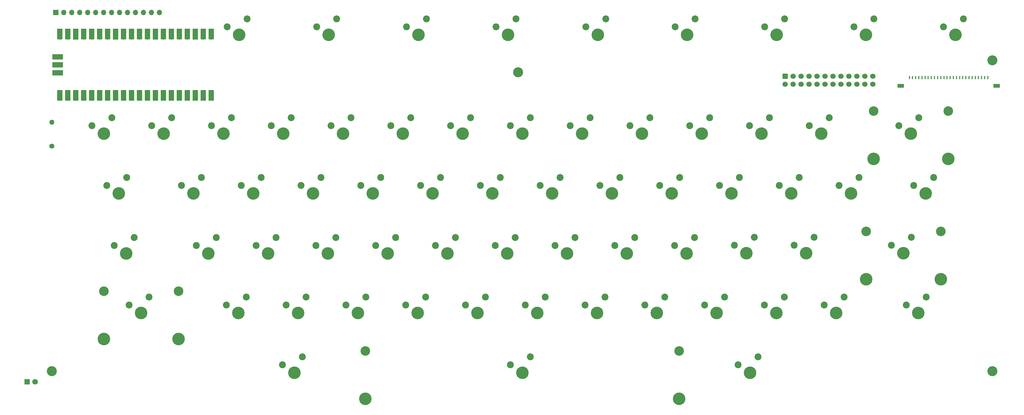
<source format=gbs>
G04 #@! TF.GenerationSoftware,KiCad,Pcbnew,(6.0.1)*
G04 #@! TF.CreationDate,2022-09-12T21:23:08-07:00*
G04 #@! TF.ProjectId,Atari130MX_wasdkb,41746172-6931-4333-904d-585f77617364,Ds*
G04 #@! TF.SameCoordinates,Original*
G04 #@! TF.FileFunction,Soldermask,Bot*
G04 #@! TF.FilePolarity,Negative*
%FSLAX46Y46*%
G04 Gerber Fmt 4.6, Leading zero omitted, Abs format (unit mm)*
G04 Created by KiCad (PCBNEW (6.0.1)) date 2022-09-12 21:23:08*
%MOMM*%
%LPD*%
G01*
G04 APERTURE LIST*
G04 Aperture macros list*
%AMRoundRect*
0 Rectangle with rounded corners*
0 $1 Rounding radius*
0 $2 $3 $4 $5 $6 $7 $8 $9 X,Y pos of 4 corners*
0 Add a 4 corners polygon primitive as box body*
4,1,4,$2,$3,$4,$5,$6,$7,$8,$9,$2,$3,0*
0 Add four circle primitives for the rounded corners*
1,1,$1+$1,$2,$3*
1,1,$1+$1,$4,$5*
1,1,$1+$1,$6,$7*
1,1,$1+$1,$8,$9*
0 Add four rect primitives between the rounded corners*
20,1,$1+$1,$2,$3,$4,$5,0*
20,1,$1+$1,$4,$5,$6,$7,0*
20,1,$1+$1,$6,$7,$8,$9,0*
20,1,$1+$1,$8,$9,$2,$3,0*%
G04 Aperture macros list end*
%ADD10C,2.200000*%
%ADD11C,4.000000*%
%ADD12C,3.050000*%
%ADD13C,3.200000*%
%ADD14RoundRect,0.250000X-0.600000X0.600000X-0.600000X-0.600000X0.600000X-0.600000X0.600000X0.600000X0*%
%ADD15C,1.700000*%
%ADD16R,0.400000X1.000000*%
%ADD17R,2.000000X1.300000*%
%ADD18O,1.700000X1.700000*%
%ADD19R,1.700000X1.700000*%
%ADD20R,1.700000X3.500000*%
%ADD21R,3.500000X1.700000*%
%ADD22O,1.600000X1.600000*%
%ADD23C,1.600000*%
%ADD24C,1.800000*%
%ADD25R,1.800000X1.800000*%
G04 APERTURE END LIST*
D10*
X315861550Y-116130000D03*
X309511550Y-118670000D03*
D11*
X313321550Y-121210000D03*
D12*
X53777800Y-114304375D03*
D11*
X65671550Y-121210000D03*
X77577800Y-129544375D03*
X53777800Y-129544375D03*
D12*
X77577800Y-114304375D03*
D10*
X68211550Y-116130000D03*
X61861550Y-118670000D03*
D12*
X296665300Y-95254375D03*
D11*
X308559050Y-102160000D03*
X320465300Y-110494375D03*
X296665300Y-110494375D03*
D12*
X320465300Y-95254375D03*
D10*
X311099050Y-97080000D03*
X304749050Y-99620000D03*
X63449050Y-97150000D03*
X57099050Y-99690000D03*
D11*
X60909050Y-102230000D03*
D10*
X318242800Y-78030000D03*
X311892800Y-80570000D03*
D11*
X315702800Y-83110000D03*
D10*
X61067800Y-78055400D03*
X54717800Y-80595400D03*
D11*
X58527800Y-83135400D03*
D12*
X322834050Y-56916250D03*
D11*
X310940300Y-64060000D03*
D12*
X299034050Y-56916250D03*
D11*
X322834050Y-72156250D03*
X299034050Y-72156250D03*
D10*
X313480300Y-58980000D03*
X307130300Y-61520000D03*
D12*
X237121550Y-133354375D03*
X137121550Y-133354375D03*
D11*
X137121550Y-148594375D03*
X237121550Y-148594375D03*
X187115300Y-140260000D03*
D10*
X189655300Y-135180000D03*
X183305300Y-137720000D03*
X117027175Y-135180000D03*
X110677175Y-137720000D03*
D11*
X114487175Y-140260000D03*
D10*
X262283425Y-135180000D03*
X255933425Y-137720000D03*
D11*
X259743425Y-140260000D03*
D13*
X185810000Y-44550000D03*
X336940000Y-139800000D03*
X336940000Y-40740000D03*
X37220000Y-139800000D03*
D14*
X270900000Y-45820000D03*
D15*
X273440000Y-45820000D03*
X275980000Y-45820000D03*
X278520000Y-45820000D03*
X281060000Y-45820000D03*
X283600000Y-45820000D03*
X286140000Y-45820000D03*
X288680000Y-45820000D03*
X291220000Y-45820000D03*
X293760000Y-45820000D03*
X296300000Y-45820000D03*
X298840000Y-45820000D03*
X270900000Y-48360000D03*
X273440000Y-48360000D03*
X275980000Y-48360000D03*
X278520000Y-48360000D03*
X281060000Y-48360000D03*
X283600000Y-48360000D03*
X286140000Y-48360000D03*
X288680000Y-48360000D03*
X291220000Y-48360000D03*
X293760000Y-48360000D03*
X296300000Y-48360000D03*
X298840000Y-48360000D03*
D16*
X310470000Y-46180000D03*
X311470000Y-46180000D03*
X312470000Y-46180000D03*
X313470000Y-46180000D03*
X314470000Y-46180000D03*
X315470000Y-46180000D03*
X316470000Y-46180000D03*
X317470000Y-46180000D03*
X318470000Y-46180000D03*
X319470000Y-46180000D03*
X320470000Y-46180000D03*
X321470000Y-46180000D03*
X322470000Y-46180000D03*
X323470000Y-46180000D03*
X324470000Y-46180000D03*
X325470000Y-46180000D03*
X326470000Y-46180000D03*
X327470000Y-46180000D03*
X328470000Y-46180000D03*
X329470000Y-46180000D03*
X330470000Y-46180000D03*
X331470000Y-46180000D03*
X332470000Y-46180000D03*
X333470000Y-46180000D03*
X334470000Y-46180000D03*
X335470000Y-46180000D03*
D17*
X307670000Y-48880000D03*
X338270000Y-48880000D03*
D18*
X87970000Y-51025000D03*
X85430000Y-51025000D03*
D19*
X82890000Y-51025000D03*
D18*
X80350000Y-51025000D03*
X77810000Y-51025000D03*
X75270000Y-51025000D03*
X72730000Y-51025000D03*
D19*
X70190000Y-51025000D03*
D18*
X67650000Y-51025000D03*
X65110000Y-51025000D03*
X62570000Y-51025000D03*
X60030000Y-51025000D03*
D19*
X57490000Y-51025000D03*
D18*
X54950000Y-51025000D03*
X52410000Y-51025000D03*
X49870000Y-51025000D03*
X47330000Y-51025000D03*
D19*
X44790000Y-51025000D03*
D18*
X42250000Y-51025000D03*
X39710000Y-51025000D03*
X39710000Y-33245000D03*
X42250000Y-33245000D03*
D19*
X44790000Y-33245000D03*
D18*
X47330000Y-33245000D03*
X49870000Y-33245000D03*
X52410000Y-33245000D03*
X54950000Y-33245000D03*
D19*
X57490000Y-33245000D03*
D18*
X60030000Y-33245000D03*
X62570000Y-33245000D03*
X65110000Y-33245000D03*
X67650000Y-33245000D03*
D19*
X70190000Y-33245000D03*
D18*
X72730000Y-33245000D03*
X75270000Y-33245000D03*
X77810000Y-33245000D03*
X80350000Y-33245000D03*
D19*
X82890000Y-33245000D03*
D18*
X85430000Y-33245000D03*
X87970000Y-33245000D03*
D20*
X87970000Y-51925000D03*
X85430000Y-51925000D03*
X82890000Y-51925000D03*
X80350000Y-51925000D03*
X77810000Y-51925000D03*
X75270000Y-51925000D03*
X72730000Y-51925000D03*
X70190000Y-51925000D03*
X67650000Y-51925000D03*
X65110000Y-51925000D03*
X62570000Y-51925000D03*
X60030000Y-51925000D03*
X57490000Y-51925000D03*
X54950000Y-51925000D03*
X52410000Y-51925000D03*
X49870000Y-51925000D03*
X47330000Y-51925000D03*
X44790000Y-51925000D03*
X42250000Y-51925000D03*
X39710000Y-51925000D03*
X87970000Y-32345000D03*
X85430000Y-32345000D03*
X82890000Y-32345000D03*
X80350000Y-32345000D03*
X77810000Y-32345000D03*
X75270000Y-32345000D03*
X72730000Y-32345000D03*
X70190000Y-32345000D03*
X67650000Y-32345000D03*
X65110000Y-32345000D03*
X62570000Y-32345000D03*
X60030000Y-32345000D03*
X57490000Y-32345000D03*
X54950000Y-32345000D03*
X52410000Y-32345000D03*
X49870000Y-32345000D03*
X47330000Y-32345000D03*
X44790000Y-32345000D03*
X42250000Y-32345000D03*
X39710000Y-32345000D03*
D21*
X39040000Y-44675000D03*
D18*
X39940000Y-44675000D03*
D21*
X39040000Y-42135000D03*
D19*
X39940000Y-42135000D03*
D21*
X39040000Y-39595000D03*
D18*
X39940000Y-39595000D03*
D10*
X185125000Y-27530000D03*
D11*
X182585000Y-32610000D03*
D10*
X178775000Y-30070000D03*
X156550000Y-27530000D03*
D11*
X154010000Y-32610000D03*
D10*
X150200000Y-30070000D03*
X127975000Y-27530000D03*
D11*
X125435000Y-32610000D03*
D10*
X121625000Y-30070000D03*
X99400000Y-27530000D03*
D11*
X96860000Y-32610000D03*
D10*
X93050000Y-30070000D03*
D22*
X37220000Y-60425000D03*
D23*
X37220000Y-68045000D03*
D19*
X38440000Y-25500000D03*
D18*
X40980000Y-25500000D03*
X43520000Y-25500000D03*
X46060000Y-25500000D03*
X48600000Y-25500000D03*
X51140000Y-25500000D03*
X53680000Y-25500000D03*
X56220000Y-25500000D03*
X58760000Y-25500000D03*
X61300000Y-25500000D03*
X63840000Y-25500000D03*
X66380000Y-25500000D03*
X68920000Y-25500000D03*
X71460000Y-25500000D03*
D10*
X242200000Y-27530000D03*
D11*
X239660000Y-32610000D03*
D10*
X235850000Y-30070000D03*
X270700000Y-27530000D03*
D11*
X268160000Y-32610000D03*
D10*
X264350000Y-30070000D03*
X327700000Y-27530000D03*
D11*
X325160000Y-32610000D03*
D10*
X321350000Y-30070000D03*
X299200000Y-27530000D03*
D11*
X296660000Y-32610000D03*
D10*
X292850000Y-30070000D03*
X213700000Y-27530000D03*
D11*
X211160000Y-32610000D03*
D10*
X207350000Y-30070000D03*
D24*
X31900000Y-143200000D03*
D25*
X29360000Y-143200000D03*
D11*
X96627800Y-121210000D03*
D10*
X92817800Y-118670000D03*
X99167800Y-116130000D03*
X180130300Y-78030000D03*
X173780300Y-80570000D03*
D11*
X177590300Y-83110000D03*
X115677800Y-121210000D03*
D10*
X111867800Y-118670000D03*
X118217800Y-116130000D03*
X103930300Y-78030000D03*
X97580300Y-80570000D03*
D11*
X101390300Y-83110000D03*
X153777800Y-121210000D03*
D10*
X149967800Y-118670000D03*
X156317800Y-116130000D03*
X199180300Y-78030000D03*
X192830300Y-80570000D03*
D11*
X196640300Y-83110000D03*
D10*
X161080300Y-78030000D03*
X154730300Y-80570000D03*
D11*
X158540300Y-83110000D03*
D10*
X280142800Y-97080000D03*
X273792800Y-99620000D03*
D11*
X277602800Y-102160000D03*
X268077800Y-121210000D03*
D10*
X264267800Y-118670000D03*
X270617800Y-116130000D03*
D11*
X287127800Y-121210000D03*
D10*
X283317800Y-118670000D03*
X289667800Y-116130000D03*
D11*
X106152800Y-102230000D03*
D10*
X102342800Y-99690000D03*
X108692800Y-97150000D03*
X142030300Y-78030000D03*
X135680300Y-80570000D03*
D11*
X139490300Y-83110000D03*
X82340300Y-83110000D03*
D10*
X78530300Y-80570000D03*
X84880300Y-78030000D03*
X261092800Y-97080000D03*
X254742800Y-99620000D03*
D11*
X258552800Y-102160000D03*
X249027800Y-121210000D03*
D10*
X245217800Y-118670000D03*
X251567800Y-116130000D03*
X256330300Y-78030000D03*
X249980300Y-80570000D03*
D11*
X253790300Y-83110000D03*
D10*
X237280300Y-78030000D03*
X230930300Y-80570000D03*
D11*
X234740300Y-83110000D03*
X191877800Y-121210000D03*
D10*
X188067800Y-118670000D03*
X194417800Y-116130000D03*
D11*
X210927800Y-121210000D03*
D10*
X207117800Y-118670000D03*
X213467800Y-116130000D03*
D11*
X263315300Y-64060000D03*
D10*
X259505300Y-61520000D03*
X265855300Y-58980000D03*
D11*
X239502800Y-102230000D03*
D10*
X235692800Y-99690000D03*
X242042800Y-97150000D03*
D11*
X220452800Y-102230000D03*
D10*
X216642800Y-99690000D03*
X222992800Y-97150000D03*
D11*
X201402800Y-102230000D03*
D10*
X197592800Y-99690000D03*
X203942800Y-97150000D03*
X218230300Y-78030000D03*
X211880300Y-80570000D03*
D11*
X215690300Y-83110000D03*
X182352800Y-102230000D03*
D10*
X178542800Y-99690000D03*
X184892800Y-97150000D03*
D11*
X282365300Y-64060000D03*
D10*
X278555300Y-61520000D03*
X284905300Y-58980000D03*
D11*
X163302800Y-102230000D03*
D10*
X159492800Y-99690000D03*
X165842800Y-97150000D03*
D11*
X144252800Y-102230000D03*
D10*
X140442800Y-99690000D03*
X146792800Y-97150000D03*
D11*
X53760000Y-64060000D03*
D10*
X49950000Y-61520000D03*
X56300000Y-58980000D03*
X294430300Y-78030000D03*
X288080300Y-80570000D03*
D11*
X291890300Y-83110000D03*
D10*
X122980300Y-78030000D03*
X116630300Y-80570000D03*
D11*
X120440300Y-83110000D03*
D10*
X275380300Y-78030000D03*
X269030300Y-80570000D03*
D11*
X272840300Y-83110000D03*
X125202800Y-102230000D03*
D10*
X121392800Y-99690000D03*
X127742800Y-97150000D03*
D11*
X229977800Y-121210000D03*
D10*
X226167800Y-118670000D03*
X232517800Y-116130000D03*
D11*
X134727800Y-121210000D03*
D10*
X130917800Y-118670000D03*
X137267800Y-116130000D03*
D11*
X172827800Y-121210000D03*
D10*
X169017800Y-118670000D03*
X175367800Y-116130000D03*
D11*
X87102800Y-102230000D03*
D10*
X83292800Y-99690000D03*
X89642800Y-97150000D03*
D11*
X225215300Y-64060000D03*
D10*
X221405300Y-61520000D03*
X227755300Y-58980000D03*
D11*
X206165300Y-64060000D03*
D10*
X202355300Y-61520000D03*
X208705300Y-58980000D03*
D11*
X187115300Y-64060000D03*
D10*
X183305300Y-61520000D03*
X189655300Y-58980000D03*
D11*
X168065300Y-64060000D03*
D10*
X164255300Y-61520000D03*
X170605300Y-58980000D03*
D11*
X149015300Y-64060000D03*
D10*
X145205300Y-61520000D03*
X151555300Y-58980000D03*
D11*
X129965300Y-64060000D03*
D10*
X126155300Y-61520000D03*
X132505300Y-58980000D03*
D11*
X110915300Y-64060000D03*
D10*
X107105300Y-61520000D03*
X113455300Y-58980000D03*
D11*
X91865300Y-64060000D03*
D10*
X88055300Y-61520000D03*
X94405300Y-58980000D03*
D11*
X72815300Y-64060000D03*
D10*
X69005300Y-61520000D03*
X75355300Y-58980000D03*
D11*
X244265300Y-64060000D03*
D10*
X240455300Y-61520000D03*
X246805300Y-58980000D03*
M02*

</source>
